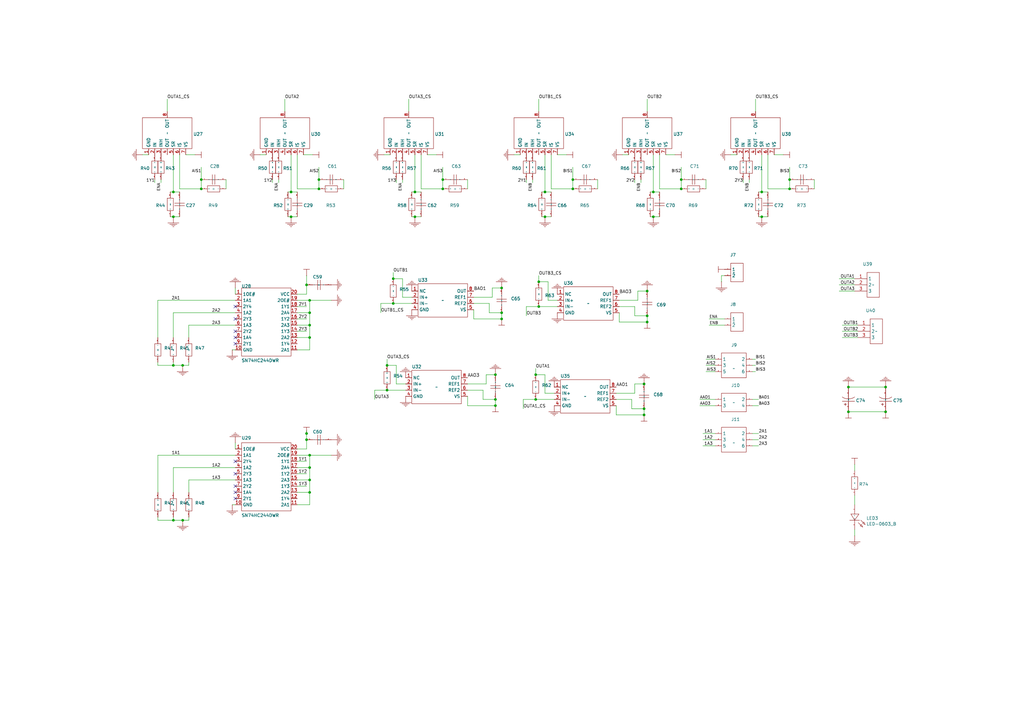
<source format=kicad_sch>
(kicad_sch (version 20231120) (generator "eeschema") (generator_version "8.0")
  (paper "A3")
  (lib_symbols
    (symbol "ProDoc_Sch-easyedapro:0.001"
      (property "Reference" "R" (at 0 0 0))
      (symbol "0.001_1_0"
        (pin unspecified line (at -5.08 0 0) (length 2.54) (name "1") (number "1"))
        (pin unspecified line (at 5.08 0 180) (length 2.54) (name "2") (number "2"))
      )
    )
    (symbol "ProDoc_Sch-easyedapro:0.1u"
      (property "Reference" "C" (at 0 0 0))
      (symbol "0.1u_1_0"
        (pin unspecified line (at -5.08 0 0) (length 2.54) (name "1") (number "1"))
        (pin unspecified line (at 5.08 0 180) (length 2.54) (name "2") (number "2"))
      )
    )
    (symbol "ProDoc_Sch-easyedapro:0.51k"
      (property "Reference" "R" (at 0 0 0))
      (symbol "0.51k_1_0"
        (pin unspecified line (at -5.08 0 0) (length 2.54) (name "1") (number "1"))
        (pin unspecified line (at 5.08 0 180) (length 2.54) (name "2") (number "2"))
      )
    )
    (symbol "ProDoc_Sch-easyedapro:100pf"
      (property "Reference" "C" (at 0 0 0))
      (symbol "100pf_1_0"
        (pin unspecified line (at -5.08 0 0) (length 2.54) (name "1") (number "1"))
        (pin unspecified line (at 5.08 0 180) (length 2.54) (name "2") (number "2"))
      )
    )
    (symbol "ProDoc_Sch-easyedapro:10k"
      (property "Reference" "R" (at 0 0 0))
      (symbol "10k_1_0"
        (pin unspecified line (at -5.08 0 0) (length 2.54) (name "1") (number "1"))
        (pin unspecified line (at 5.08 0 180) (length 2.54) (name "2") (number "2"))
      )
    )
    (symbol "ProDoc_Sch-easyedapro:1k"
      (property "Reference" "R" (at 0 0 0))
      (symbol "1k_1_0"
        (pin unspecified line (at -5.08 0 0) (length 2.54) (name "1") (number "1"))
        (pin unspecified line (at 5.08 0 180) (length 2.54) (name "2") (number "2"))
      )
    )
    (symbol "ProDoc_Sch-easyedapro:1nf"
      (property "Reference" "C" (at 0 0 0))
      (symbol "1nf_1_0"
        (pin unspecified line (at -5.08 0 0) (length 2.54) (name "1") (number "1"))
        (pin unspecified line (at 5.08 0 180) (length 2.54) (name "2") (number "2"))
      )
    )
    (symbol "ProDoc_Sch-easyedapro:330uf"
      (property "Reference" "C" (at 0 0 0))
      (symbol "330uf_1_0"
        (pin unspecified line (at -5.08 0 0) (length 4.318) (name "1") (number "1"))
        (pin unspecified line (at 5.08 0 180) (length 4.826) (name "2") (number "2"))
      )
    )
    (symbol "ProDoc_Sch-easyedapro:3V3" (power) (pin_numbers hide) (pin_names hide)
      (symbol "3V3_1_0"
        (pin power_in line (at 0 0 0) (length 0) (name "") (number "1"))
      )
    )
    (symbol "ProDoc_Sch-easyedapro:BTN7960B"
      (property "Reference" "U" (at 0 0 0))
      (symbol "BTN7960B_1_0"
        (pin unspecified line (at -8.89 7.62 0) (length 2.54) (name "GND") (number "1"))
        (pin unspecified line (at -8.89 5.08 0) (length 2.54) (name "IN") (number "2"))
        (pin unspecified line (at -8.89 2.54 0) (length 2.54) (name "INH") (number "3"))
        (pin unspecified line (at -8.89 0 0) (length 2.54) (name "OUT") (number "4"))
        (pin unspecified line (at -8.89 -2.54 0) (length 2.54) (name "SR") (number "5"))
        (pin unspecified line (at -8.89 -5.08 0) (length 2.54) (name "IS") (number "6"))
        (pin unspecified line (at -8.89 -7.62 0) (length 2.54) (name "VS") (number "7"))
        (pin unspecified line (at 8.89 0 180) (length 2.54) (name "OUT") (number "8"))
      )
    )
    (symbol "ProDoc_Sch-easyedapro:GND" (power) (pin_numbers hide) (pin_names hide)
      (symbol "GND_1_0"
        (pin power_in line (at 0 0 0) (length 0) (name "") (number "1"))
      )
    )
    (symbol "ProDoc_Sch-easyedapro:HDR-M-2.54_1x2"
      (property "Reference" "J" (at 0 0 0))
      (symbol "HDR-M-2.54_1x2_1_0"
        (pin unspecified line (at -3.81 1.27 0) (length 2.54) (name "1") (number "1"))
        (pin unspecified line (at -3.81 -1.27 0) (length 2.54) (name "2") (number "2"))
      )
    )
    (symbol "ProDoc_Sch-easyedapro:HDR-M-2.54_2x2"
      (property "Reference" "J" (at 0 0 0))
      (symbol "HDR-M-2.54_2x2_1_0"
        (pin input line (at -7.62 1.27 0) (length 2.54) (name "1") (number "1"))
        (pin input line (at 7.62 1.27 180) (length 2.54) (name "2") (number "2"))
        (pin input line (at -7.62 -1.27 0) (length 2.54) (name "3") (number "3"))
        (pin input line (at 7.62 -1.27 180) (length 2.54) (name "4") (number "4"))
      )
    )
    (symbol "ProDoc_Sch-easyedapro:HDR-M-2.54_2x3"
      (property "Reference" "J" (at 0 0 0))
      (symbol "HDR-M-2.54_2x3_1_0"
        (pin input line (at -7.62 3.81 0) (length 2.54) (name "1") (number "1"))
        (pin input line (at 7.62 3.81 180) (length 2.54) (name "2") (number "2"))
        (pin input line (at -7.62 1.27 0) (length 2.54) (name "3") (number "3"))
        (pin input line (at 7.62 1.27 180) (length 2.54) (name "4") (number "4"))
        (pin input line (at -7.62 -1.27 0) (length 2.54) (name "5") (number "5"))
        (pin input line (at 7.62 -1.27 180) (length 2.54) (name "6") (number "6"))
      )
    )
    (symbol "ProDoc_Sch-easyedapro:INA240A2PWR"
      (property "Reference" "U" (at 0 0 0))
      (symbol "INA240A2PWR_1_0"
        (pin unspecified line (at -12.7 3.81 0) (length 2.54) (name "NC") (number "1"))
        (pin unspecified line (at -12.7 1.27 0) (length 2.54) (name "IN+") (number "2"))
        (pin unspecified line (at -12.7 -1.27 0) (length 2.54) (name "IN-") (number "3"))
        (pin unspecified line (at -12.7 -3.81 0) (length 2.54) (name "GND") (number "4"))
        (pin unspecified line (at 12.7 -3.81 180) (length 2.54) (name "VS") (number "5"))
        (pin unspecified line (at 12.7 -1.27 180) (length 2.54) (name "REF2") (number "6"))
        (pin unspecified line (at 12.7 1.27 180) (length 2.54) (name "REF1") (number "7"))
        (pin unspecified line (at 12.7 3.81 180) (length 2.54) (name "OUT") (number "8"))
      )
    )
    (symbol "ProDoc_Sch-easyedapro:LED-0603_B"
      (property "Reference" "LED" (at 0 0 0))
      (symbol "LED-0603_B_1_0"
        (pin unspecified line (at -5.08 0 0) (length 3.81) (name "1") (number "1"))
        (pin unspecified line (at 5.08 0 180) (length 3.81) (name "2") (number "2"))
      )
    )
    (symbol "ProDoc_Sch-easyedapro:MR60"
      (property "Reference" "U" (at 0 0 0))
      (symbol "MR60_1_0"
        (pin unspecified line (at -7.62 2.54 0) (length 5.08) (name "1") (number "1"))
        (pin unspecified line (at -7.62 0 0) (length 5.08) (name "2") (number "2"))
        (pin unspecified line (at -7.62 -2.54 0) (length 5.08) (name "3") (number "3"))
      )
    )
    (symbol "ProDoc_Sch-easyedapro:SN74HC244DWR"
      (property "Reference" "U" (at 0 0 0))
      (symbol "SN74HC244DWR_1_0"
        (pin unspecified line (at -12.7 11.43 0) (length 2.54) (name "1OE#") (number "1"))
        (pin unspecified line (at -12.7 -11.43 0) (length 2.54) (name "GND") (number "10"))
        (pin unspecified line (at 12.7 -11.43 180) (length 2.54) (name "2A1") (number "11"))
        (pin unspecified line (at 12.7 -8.89 180) (length 2.54) (name "1Y4") (number "12"))
        (pin unspecified line (at 12.7 -6.35 180) (length 2.54) (name "2A2") (number "13"))
        (pin unspecified line (at 12.7 -3.81 180) (length 2.54) (name "1Y3") (number "14"))
        (pin unspecified line (at 12.7 -1.27 180) (length 2.54) (name "2A3") (number "15"))
        (pin unspecified line (at 12.7 1.27 180) (length 2.54) (name "1Y2") (number "16"))
        (pin unspecified line (at 12.7 3.81 180) (length 2.54) (name "2A4") (number "17"))
        (pin unspecified line (at 12.7 6.35 180) (length 2.54) (name "1Y1") (number "18"))
        (pin unspecified line (at 12.7 8.89 180) (length 2.54) (name "2OE#") (number "19"))
        (pin unspecified line (at -12.7 8.89 0) (length 2.54) (name "1A1") (number "2"))
        (pin unspecified line (at 12.7 11.43 180) (length 2.54) (name "VCC") (number "20"))
        (pin unspecified line (at -12.7 6.35 0) (length 2.54) (name "2Y4") (number "3"))
        (pin unspecified line (at -12.7 3.81 0) (length 2.54) (name "1A2") (number "4"))
        (pin unspecified line (at -12.7 1.27 0) (length 2.54) (name "2Y3") (number "5"))
        (pin unspecified line (at -12.7 -1.27 0) (length 2.54) (name "1A3") (number "6"))
        (pin unspecified line (at -12.7 -3.81 0) (length 2.54) (name "2Y2") (number "7"))
        (pin unspecified line (at -12.7 -6.35 0) (length 2.54) (name "1A4") (number "8"))
        (pin unspecified line (at -12.7 -8.89 0) (length 2.54) (name "2Y1") (number "9"))
      )
    )
    (symbol "ProDoc_Sch-easyedapro:VCC" (power) (pin_numbers hide) (pin_names hide)
      (symbol "VCC_1_0"
        (pin power_in line (at 0 0 0) (length 0) (name "") (number "1"))
      )
    )
  )
  (junction (at 71.12 88.9))
  (junction (at 130.81 73.66))
  (junction (at 347.98 158.75))
  (junction (at 347.98 168.91))
  (junction (at 127 123.19))
  (junction (at 219.71 163.83))
  (junction (at 158.75 160.02))
  (junction (at 74.93 213.3854))
  (junction (at 127 196.85))
  (junction (at 234.95 77.47))
  (junction (at 265.43 129.54))
  (junction (at 170.18 88.9))
  (junction (at 267.97 88.9))
  (junction (at 161.29 114.3))
  (junction (at 74.9046 149.86))
  (junction (at 82.55 73.66))
  (junction (at 264.16 167.64))
  (junction (at 170.18 78.74))
  (junction (at 82.55 77.47))
  (junction (at 264.16 157.48))
  (junction (at 203.2 166.37))
  (junction (at 181.61 77.47))
  (junction (at 127 201.9554))
  (junction (at 220.98 115.57))
  (junction (at 265.43 119.38))
  (junction (at 223.52 78.74))
  (junction (at 127 186.69))
  (junction (at 125.73 177.8))
  (junction (at 71.12 78.74))
  (junction (at 71.12 213.3854))
  (junction (at 125.73 116.84))
  (junction (at 323.85 73.66))
  (junction (at 127 128.27))
  (junction (at 205.74 128.27))
  (junction (at 267.97 78.74))
  (junction (at 220.98 125.73))
  (junction (at 279.4 77.47))
  (junction (at 205.74 130.81))
  (junction (at 234.95 73.66))
  (junction (at 279.4 73.66))
  (junction (at 130.81 77.47))
  (junction (at 119.38 78.74))
  (junction (at 127 138.43))
  (junction (at 363.22 158.75))
  (junction (at 203.2 153.67))
  (junction (at 264.16 170.18))
  (junction (at 127 133.35))
  (junction (at 223.52 88.9))
  (junction (at 161.29 124.46))
  (junction (at 71.0946 149.86))
  (junction (at 125.73 180.34))
  (junction (at 323.85 77.47))
  (junction (at 119.38 88.9))
  (junction (at 363.22 168.91))
  (junction (at 265.43 132.08))
  (junction (at 219.71 153.67))
  (junction (at 312.42 78.74))
  (junction (at 158.75 149.86))
  (junction (at 127 191.77))
  (junction (at 312.42 88.9))
  (junction (at 203.2 163.83))
  (junction (at 181.61 73.66))
  (junction (at 205.74 118.11))
  (no_connect (at 96.52 194.31))
  (no_connect (at 96.52 201.93))
  (no_connect (at 96.52 140.97))
  (no_connect (at 96.52 199.39))
  (no_connect (at 96.52 125.73))
  (no_connect (at 96.52 135.89))
  (no_connect (at 96.52 130.81))
  (no_connect (at 96.52 189.23))
  (no_connect (at 96.52 204.47))
  (no_connect (at 96.52 138.43))
  (wire (pts (xy 198.12 160.02) (xy 191.77 160.02)))
  (wire (pts (xy 121.92 130.81) (xy 125.73 130.81)))
  (wire (pts (xy 71.0946 128.27) (xy 71.0946 138.43)))
  (wire (pts (xy 127 128.27) (xy 127 133.35)))
  (wire (pts (xy 95.25 143.51) (xy 96.52 143.51)))
  (wire (pts (xy 130.81 77.47) (xy 130.81 73.66)))
  (wire (pts (xy 323.85 73.66) (xy 323.85 77.47)))
  (wire (pts (xy 323.85 77.47) (xy 314.96 77.47)))
  (wire (pts (xy 260.35 129.54) (xy 260.35 125.73)))
  (wire (pts (xy 172.72 77.47) (xy 181.61 77.47)))
  (wire (pts (xy 344.17 119.38) (xy 350.52 119.38)))
  (wire (pts (xy 260.35 157.48) (xy 260.35 161.29)))
  (wire (pts (xy 288.29 177.8) (xy 293.37 177.8)))
  (wire (pts (xy 304.8 74.93) (xy 304.8 73.66)))
  (wire (pts (xy 191.77 157.48) (xy 199.39 157.48)))
  (wire (pts (xy 334.01 73.66) (xy 334.01 77.47)))
  (wire (pts (xy 127 196.85) (xy 127 201.9554)))
  (wire (pts (xy 200.66 124.46) (xy 200.66 128.27)))
  (wire (pts (xy 311.15 177.8) (xy 308.61 177.8)))
  (wire (pts (xy 121.92 77.47) (xy 130.81 77.47)))
  (wire (pts (xy 96.52 186.69) (xy 64.77 186.69)))
  (wire (pts (xy 279.4 77.47) (xy 279.4 73.66)))
  (wire (pts (xy 307.34 74.93) (xy 307.34 73.66)))
  (wire (pts (xy 127 201.9554) (xy 121.92 201.9554)))
  (wire (pts (xy 64.7446 123.19) (xy 64.7446 138.43)))
  (wire (pts (xy 68.58 40.64) (xy 68.58 45.72)))
  (wire (pts (xy 58.42 63.5) (xy 60.96 63.5)))
  (wire (pts (xy 262.89 73.66) (xy 262.89 74.93)))
  (wire (pts (xy 161.29 114.3) (xy 161.29 111.76)))
  (wire (pts (xy 77.4446 133.35) (xy 77.4446 138.43)))
  (wire (pts (xy 289.56 149.86) (xy 293.37 149.86)))
  (wire (pts (xy 71.12 78.74) (xy 73.66 78.74)))
  (wire (pts (xy 125.73 180.34) (xy 125.73 177.8)))
  (wire (pts (xy 279.4 73.66) (xy 279.4 68.58)))
  (wire (pts (xy 314.96 77.47) (xy 314.96 63.5)))
  (wire (pts (xy 96.52 181.61) (xy 96.52 184.15)))
  (wire (pts (xy 267.97 78.74) (xy 266.7 78.74)))
  (wire (pts (xy 121.92 199.39) (xy 125.73 199.39)))
  (wire (pts (xy 198.12 163.83) (xy 198.12 160.02)))
  (wire (pts (xy 160.02 63.5) (xy 157.48 63.5)))
  (wire (pts (xy 227.33 161.29) (xy 223.52 161.29)))
  (wire (pts (xy 194.31 124.46) (xy 200.66 124.46)))
  (wire (pts (xy 194.31 130.81) (xy 194.31 127)))
  (wire (pts (xy 162.56 149.86) (xy 162.56 157.48)))
  (wire (pts (xy 121.92 207.0354) (xy 127 207.0354)))
  (wire (pts (xy 125.73 116.84) (xy 125.73 113.03)))
  (wire (pts (xy 119.38 78.74) (xy 119.38 63.5)))
  (wire (pts (xy 218.44 73.66) (xy 218.44 74.93)))
  (wire (pts (xy 259.08 167.64) (xy 264.16 167.64)))
  (wire (pts (xy 158.75 149.86) (xy 162.56 149.86)))
  (wire (pts (xy 64.7446 149.86) (xy 71.0946 149.86)))
  (wire (pts (xy 260.35 73.66) (xy 260.35 74.93)))
  (wire (pts (xy 64.77 213.3854) (xy 71.12 213.3854)))
  (wire (pts (xy 181.61 73.66) (xy 181.61 68.58)))
  (wire (pts (xy 168.91 121.92) (xy 165.1 121.92)))
  (wire (pts (xy 223.52 88.9) (xy 222.25 88.9)))
  (wire (pts (xy 114.3 73.66) (xy 114.3 74.93)))
  (wire (pts (xy 311.15 78.74) (xy 312.42 78.74)))
  (wire (pts (xy 215.9 125.73) (xy 215.9 129.54)))
  (wire (pts (xy 309.88 147.32) (xy 308.61 147.32)))
  (wire (pts (xy 309.88 152.4) (xy 308.61 152.4)))
  (wire (pts (xy 127 123.19) (xy 121.92 123.19)))
  (wire (pts (xy 172.72 63.5) (xy 172.72 77.47)))
  (wire (pts (xy 156.21 128.27) (xy 156.21 124.46)))
  (wire (pts (xy 312.42 63.5) (xy 312.42 78.74)))
  (wire (pts (xy 170.18 78.74) (xy 168.91 78.74)))
  (wire (pts (xy 127 143.51) (xy 127 138.43)))
  (wire (pts (xy 219.71 163.83) (xy 227.33 163.83)))
  (wire (pts (xy 350.52 190.5) (xy 350.52 193.04)))
  (wire (pts (xy 130.81 73.66) (xy 130.81 68.58)))
  (wire (pts (xy 228.6 63.5) (xy 232.41 63.5)))
  (wire (pts (xy 109.22 63.5) (xy 106.68 63.5)))
  (wire (pts (xy 96.52 133.35) (xy 77.4446 133.35)))
  (wire (pts (xy 273.05 63.5) (xy 276.86 63.5)))
  (wire (pts (xy 77.47 213.3854) (xy 77.47 212.1154)))
  (wire (pts (xy 351.79 133.35) (xy 345.44 133.35)))
  (wire (pts (xy 287.02 163.83) (xy 293.37 163.83)))
  (wire (pts (xy 92.71 73.66) (xy 92.71 77.47)))
  (wire (pts (xy 167.64 45.72) (xy 167.64 40.64)))
  (wire (pts (xy 191.77 77.47) (xy 191.77 73.66)))
  (wire (pts (xy 121.92 63.5) (xy 121.92 77.47)))
  (wire (pts (xy 363.22 168.91) (xy 347.98 168.91)))
  (wire (pts (xy 252.73 170.18) (xy 252.73 166.37)))
  (wire (pts (xy 119.38 78.74) (xy 118.11 78.74)))
  (wire (pts (xy 311.15 166.37) (xy 308.61 166.37)))
  (wire (pts (xy 344.17 116.84) (xy 350.52 116.84)))
  (wire (pts (xy 161.29 124.46) (xy 168.91 124.46)))
  (wire (pts (xy 289.56 77.47) (xy 289.56 73.66)))
  (wire (pts (xy 311.15 180.34) (xy 308.61 180.34)))
  (wire (pts (xy 270.51 63.5) (xy 270.51 77.47)))
  (wire (pts (xy 226.06 78.74) (xy 223.52 78.74)))
  (wire (pts (xy 297.18 130.81) (xy 290.83 130.81)))
  (wire (pts (xy 69.85 78.74) (xy 71.12 78.74)))
  (wire (pts (xy 175.26 63.5) (xy 179.07 63.5)))
  (wire (pts (xy 71.0946 149.86) (xy 74.9046 149.86)))
  (wire (pts (xy 215.9 73.66) (xy 215.9 74.93)))
  (wire (pts (xy 270.51 77.47) (xy 279.4 77.47)))
  (wire (pts (xy 312.42 78.74) (xy 314.96 78.74)))
  (wire (pts (xy 223.52 78.74) (xy 223.52 63.5)))
  (wire (pts (xy 127 186.69) (xy 127 191.77)))
  (wire (pts (xy 220.98 115.57) (xy 224.79 115.57)))
  (wire (pts (xy 172.72 88.9) (xy 170.18 88.9)))
  (wire (pts (xy 264.16 167.64) (xy 264.16 170.18)))
  (wire (pts (xy 121.92 194.31) (xy 125.73 194.31)))
  (wire (pts (xy 111.76 73.66) (xy 111.76 74.93)))
  (wire (pts (xy 66.04 74.93) (xy 66.04 73.66)))
  (wire (pts (xy 125.73 177.8) (xy 125.73 176.53)))
  (wire (pts (xy 82.55 68.58) (xy 82.55 73.66)))
  (wire (pts (xy 309.88 149.86) (xy 308.61 149.86)))
  (wire (pts (xy 127 138.43) (xy 121.92 138.43)))
  (wire (pts (xy 350.52 217.17) (xy 350.52 219.71)))
  (wire (pts (xy 265.43 45.72) (xy 265.43 40.64)))
  (wire (pts (xy 121.92 196.85) (xy 127 196.85)))
  (wire (pts (xy 96.52 191.77) (xy 71.12 191.77)))
  (wire (pts (xy 170.18 88.9) (xy 168.91 88.9)))
  (wire (pts (xy 69.85 88.9) (xy 71.12 88.9)))
  (wire (pts (xy 287.02 166.37) (xy 293.37 166.37)))
  (wire (pts (xy 260.35 161.29) (xy 252.73 161.29)))
  (wire (pts (xy 205.74 130.81) (xy 194.31 130.81)))
  (wire (pts (xy 254 128.27) (xy 254 132.08)))
  (wire (pts (xy 289.56 152.4) (xy 293.37 152.4)))
  (wire (pts (xy 116.84 45.72) (xy 116.84 40.64)))
  (wire (pts (xy 162.56 157.48) (xy 166.37 157.48)))
  (wire (pts (xy 153.67 160.02) (xy 153.67 163.83)))
  (wire (pts (xy 226.06 77.47) (xy 234.95 77.47)))
  (wire (pts (xy 124.46 63.5) (xy 128.27 63.5)))
  (wire (pts (xy 127 123.19) (xy 127 128.27)))
  (wire (pts (xy 226.06 88.9) (xy 223.52 88.9)))
  (wire (pts (xy 261.62 119.38) (xy 265.43 119.38)))
  (wire (pts (xy 121.92 133.35) (xy 127 133.35)))
  (wire (pts (xy 259.08 163.83) (xy 259.08 167.64)))
  (wire (pts (xy 220.98 45.72) (xy 220.98 40.64)))
  (wire (pts (xy 226.06 63.5) (xy 226.06 77.47)))
  (wire (pts (xy 254 123.19) (xy 261.62 123.19)))
  (wire (pts (xy 71.0946 148.59) (xy 71.0946 149.86)))
  (wire (pts (xy 165.1 121.92) (xy 165.1 114.3)))
  (wire (pts (xy 64.7446 148.59) (xy 64.7446 149.86)))
  (wire (pts (xy 203.2 166.37) (xy 203.2 163.83)))
  (wire (pts (xy 224.79 123.19) (xy 228.6 123.19)))
  (wire (pts (xy 135.8646 186.69) (xy 127 186.69)))
  (wire (pts (xy 223.52 153.67) (xy 219.71 153.67)))
  (wire (pts (xy 205.74 128.27) (xy 205.74 130.81)))
  (wire (pts (xy 223.52 161.29) (xy 223.52 153.67)))
  (wire (pts (xy 172.72 78.74) (xy 170.18 78.74)))
  (wire (pts (xy 162.56 73.66) (xy 162.56 74.93)))
  (wire (pts (xy 96.52 128.27) (xy 71.0946 128.27)))
  (wire (pts (xy 311.15 182.88) (xy 308.61 182.88)))
  (wire (pts (xy 82.55 73.66) (xy 82.55 77.47)))
  (wire (pts (xy 71.12 63.5) (xy 71.12 78.74)))
  (wire (pts (xy 77.4446 149.86) (xy 77.4446 148.59)))
  (wire (pts (xy 224.79 115.57) (xy 224.79 123.19)))
  (wire (pts (xy 297.18 133.35) (xy 290.83 133.35)))
  (wire (pts (xy 71.12 212.1154) (xy 71.12 213.3854)))
  (wire (pts (xy 166.37 160.02) (xy 158.75 160.02)))
  (wire (pts (xy 95.25 207.0354) (xy 96.52 207.0354)))
  (wire (pts (xy 252.73 163.83) (xy 259.08 163.83)))
  (wire (pts (xy 77.47 196.85) (xy 77.47 201.9554)))
  (wire (pts (xy 220.98 125.73) (xy 215.9 125.73)))
  (wire (pts (xy 158.75 147.32) (xy 158.75 149.86)))
  (wire (pts (xy 74.9046 149.86) (xy 77.4446 149.86)))
  (wire (pts (xy 270.51 88.9) (xy 267.97 88.9)))
  (wire (pts (xy 288.29 180.34) (xy 293.37 180.34)))
  (wire (pts (xy 223.52 78.74) (xy 222.25 78.74)))
  (wire (pts (xy 261.62 123.19) (xy 261.62 119.38)))
  (wire (pts (xy 267.97 78.74) (xy 267.97 63.5)))
  (wire (pts (xy 181.61 77.47) (xy 181.61 73.66)))
  (wire (pts (xy 64.77 212.1154) (xy 64.77 213.3854)))
  (wire (pts (xy 351.79 138.43) (xy 345.44 138.43)))
  (wire (pts (xy 191.77 162.56) (xy 191.77 166.37)))
  (wire (pts (xy 264.16 157.48) (xy 260.35 157.48)))
  (wire (pts (xy 71.12 88.9) (xy 73.66 88.9)))
  (wire (pts (xy 203.2 163.83) (xy 198.12 163.83)))
  (wire (pts (xy 156.21 124.46) (xy 161.29 124.46)))
  (wire (pts (xy 344.17 114.3) (xy 350.52 114.3)))
  (wire (pts (xy 158.75 160.02) (xy 153.67 160.02)))
  (wire (pts (xy 321.31 63.5) (xy 317.5 63.5)))
  (wire (pts (xy 323.85 68.58) (xy 323.85 73.66)))
  (wire (pts (xy 363.22 158.75) (xy 347.98 158.75)))
  (wire (pts (xy 80.01 63.5) (xy 76.2 63.5)))
  (wire (pts (xy 350.52 207.01) (xy 350.52 203.2)))
  (wire (pts (xy 309.88 40.64) (xy 309.88 45.72)))
  (wire (pts (xy 219.71 153.67) (xy 219.71 151.13)))
  (wire (pts (xy 121.92 191.77) (xy 127 191.77)))
  (wire (pts (xy 82.55 77.47) (xy 73.66 77.47)))
  (wire (pts (xy 295.91 115.57) (xy 295.91 113.03)))
  (wire (pts (xy 135.89 123.19) (xy 127 123.19)))
  (wire (pts (xy 201.93 121.92) (xy 194.31 121.92)))
  (wire (pts (xy 125.73 184.15) (xy 125.73 180.34)))
  (wire (pts (xy 127 191.77) (xy 127 196.85)))
  (wire (pts (xy 220.98 113.03) (xy 220.98 115.57)))
  (wire (pts (xy 214.63 167.64) (xy 214.63 163.83)))
  (wire (pts (xy 265.43 129.54) (xy 260.35 129.54)))
  (wire (pts (xy 311.15 163.83) (xy 308.61 163.83)))
  (wire (pts (xy 74.93 213.3854) (xy 77.47 213.3854)))
  (wire (pts (xy 73.66 77.47) (xy 73.66 63.5)))
  (wire (pts (xy 125.73 120.65) (xy 125.73 116.84)))
  (wire (pts (xy 199.39 157.48) (xy 199.39 153.67)))
  (wire (pts (xy 260.35 125.73) (xy 254 125.73)))
  (wire (pts (xy 299.72 63.5) (xy 302.26 63.5)))
  (wire (pts (xy 121.92 88.9) (xy 119.38 88.9)))
  (wire (pts (xy 96.52 118.11) (xy 96.52 120.65)))
  (wire (pts (xy 121.92 184.15) (xy 125.73 184.15)))
  (wire (pts (xy 199.39 153.67) (xy 203.2 153.67)))
  (wire (pts (xy 289.56 147.32) (xy 293.37 147.32)))
  (wire (pts (xy 165.1 73.66) (xy 165.1 74.93)))
  (wire (pts (xy 205.74 118.11) (xy 201.93 118.11)))
  (wire (pts (xy 191.77 166.37) (xy 203.2 166.37)))
  (wire (pts (xy 295.91 113.03) (xy 297.18 113.03)))
  (wire (pts (xy 245.11 77.47) (xy 245.11 73.66)))
  (wire (pts (xy 228.6 125.73) (xy 220.98 125.73)))
  (wire (pts (xy 121.92 78.74) (xy 119.38 78.74)))
  (wire (pts (xy 234.95 73.66) (xy 234.95 68.58)))
  (wire (pts (xy 288.29 182.88) (xy 293.37 182.88)))
  (wire (pts (xy 311.15 88.9) (xy 312.42 88.9)))
  (wire (pts (xy 254 132.08) (xy 265.43 132.08)))
  (wire (pts (xy 265.43 132.08) (xy 265.43 129.54)))
  (wire (pts (xy 127 133.35) (xy 127 138.43)))
  (wire (pts (xy 71.12 191.77) (xy 71.12 201.9554)))
  (wire (pts (xy 96.52 123.19) (xy 64.7446 123.19)))
  (wire (pts (xy 267.97 88.9) (xy 266.7 88.9)))
  (wire (pts (xy 234.95 77.47) (xy 234.95 73.66)))
  (wire (pts (xy 121.92 135.89) (xy 125.73 135.89)))
  (wire (pts (xy 312.42 88.9) (xy 314.96 88.9)))
  (wire (pts (xy 140.97 77.47) (xy 140.97 73.66)))
  (wire (pts (xy 121.92 128.27) (xy 127 128.27)))
  (wire (pts (xy 63.5 74.93) (xy 63.5 73.66)))
  (wire (pts (xy 200.66 128.27) (xy 205.74 128.27)))
  (wire (pts (xy 71.12 213.3854) (xy 74.93 213.3854)))
  (wire (pts (xy 213.36 63.5) (xy 210.82 63.5)))
  (wire (pts (xy 170.18 78.74) (xy 170.18 63.5)))
  (wire (pts (xy 351.79 135.89) (xy 345.44 135.89)))
  (wire (pts (xy 201.93 118.11) (xy 201.93 121.92)))
  (wire (pts (xy 127 207.0354) (xy 127 201.9554)))
  (wire (pts (xy 127 186.69) (xy 121.92 186.69)))
  (wire (pts (xy 214.63 163.83) (xy 219.71 163.83)))
  (wire (pts (xy 121.92 143.51) (xy 127 143.51)))
  (wire (pts (xy 121.92 125.73) (xy 125.73 125.73)))
  (wire (pts (xy 257.81 63.5) (xy 255.27 63.5)))
  (wire (pts (xy 96.52 196.85) (xy 77.47 196.85)))
  (wire (pts (xy 270.51 78.74) (xy 267.97 78.74)))
  (wire (pts (xy 121.92 120.65) (xy 125.73 120.65)))
  (wire (pts (xy 264.16 170.18) (xy 252.73 170.18)))
  (wire (pts (xy 64.77 186.69) (xy 64.77 201.93)))
  (wire (pts (xy 165.1 114.3) (xy 161.29 114.3)))
  (wire (pts (xy 119.38 88.9) (xy 118.11 88.9)))
  (wire (pts (xy 121.92 189.23) (xy 125.73 189.23)))
  (label "2Y1" (at 215.9 74.93 180) (effects (font (size 1.2192 1.2192))))
  (label "1Y2" (at 122.428 194.31 0) (effects (font (size 1.2192 1.2192))))
  (label "BAO3" (at 311.1246 166.37 0) (effects (font (size 1.143 1.143))))
  (label "AIS2" (at 289.6362 149.86 0) (effects (font (size 1.143 1.143))))
  (label "1A2" (at 86.868 191.77 0) (effects (font (size 1.2192 1.2192))))
  (label "ENB" (at 262.89 74.93 270) (effects (font (size 1.143 1.143))))
  (label "OUTA1_CS" (at 68.58 40.64 0) (effects (font (size 1.2192 1.2192))))
  (label "OUTA3" (at 153.67 163.703 0) (effects (font (size 1.2192 1.2192))))
  (label "OUTA1" (at 219.71 151.13 0) (effects (font (size 1.2192 1.2192))))
  (label "OUTB1" (at 345.948 133.35 0) (effects (font (size 1.2192 1.2192))))
  (label "2A3" (at 86.868 133.35 0) (effects (font (size 1.2192 1.2192))))
  (label "OUTB1_CS" (at 156.21 128.143 0) (effects (font (size 1.2192 1.2192))))
  (label "ENA" (at 290.8808 130.81 0) (effects (font (size 1.143 1.143))))
  (label "AIS1" (at 82.55 70.993 180) (effects (font (size 1.143 1.143))))
  (label "AIS2" (at 130.81 70.993 180) (effects (font (size 1.143 1.143))))
  (label "OUTA2" (at 116.84 40.64 0) (effects (font (size 1.2192 1.2192))))
  (label "BAO1" (at 194.31 119.38 0))
  (label "OUTA3_CS" (at 167.64 40.64 0) (effects (font (size 1.2192 1.2192))))
  (label "2A1" (at 70.3326 123.19 0) (effects (font (size 1.2192 1.2192))))
  (label "1Y3" (at 122.428 199.39 0) (effects (font (size 1.2192 1.2192))))
  (label "2Y2" (at 260.35 74.93 180) (effects (font (size 1.2192 1.2192))))
  (label "ENA" (at 165.1 74.93 270) (effects (font (size 1.143 1.143))))
  (label "2A1" (at 311.15 177.8 0) (effects (font (size 1.2192 1.2192))))
  (label "ENB" (at 291.0078 133.35 0) (effects (font (size 1.143 1.143))))
  (label "BAO1" (at 311.1246 163.83 0) (effects (font (size 1.143 1.143))))
  (label "BIS2" (at 309.88 149.86 0) (effects (font (size 1.143 1.143))))
  (label "ENB" (at 307.34 74.93 270) (effects (font (size 1.143 1.143))))
  (label "OUTB1" (at 161.29 111.76 0) (effects (font (size 1.2192 1.2192))))
  (label "AIS3" (at 181.61 70.993 180) (effects (font (size 1.143 1.143))))
  (label "2A2" (at 311.15 180.34 0) (effects (font (size 1.2192 1.2192))))
  (label "ENB" (at 218.44 74.93 270) (effects (font (size 1.143 1.143))))
  (label "OUTA3" (at 344.678 119.38 0) (effects (font (size 1.2192 1.2192))))
  (label "AAO1" (at 287.02 163.83 0) (effects (font (size 1.143 1.143))))
  (label "1A3" (at 86.868 196.85 0) (effects (font (size 1.2192 1.2192))))
  (label "BIS1" (at 234.95 70.993 180) (effects (font (size 1.143 1.143))))
  (label "OUTB3" (at 215.9 129.413 0) (effects (font (size 1.2192 1.2192))))
  (label "OUTB2" (at 345.948 135.89 0) (effects (font (size 1.2192 1.2192))))
  (label "BAO3" (at 254 120.65 0))
  (label "AIS1" (at 289.7886 147.32 0) (effects (font (size 1.143 1.143))))
  (label "1Y2" (at 111.76 74.93 180) (effects (font (size 1.2192 1.2192))))
  (label "1A1" (at 70.358 186.69 0) (effects (font (size 1.2192 1.2192))))
  (label "OUTA1_CS" (at 214.63 167.513 0) (effects (font (size 1.2192 1.2192))))
  (label "OUTA2" (at 344.678 116.84 0) (effects (font (size 1.2192 1.2192))))
  (label "OUTB1_CS" (at 220.98 40.64 0) (effects (font (size 1.2192 1.2192))))
  (label "2Y2" (at 122.428 130.81 0) (effects (font (size 1.2192 1.2192))))
  (label "OUTB3" (at 345.948 138.43 0) (effects (font (size 1.2192 1.2192))))
  (label "BIS2" (at 279.4 70.993 180) (effects (font (size 1.143 1.143))))
  (label "2Y3" (at 304.8 74.93 180) (effects (font (size 1.2192 1.2192))))
  (label "AAO1" (at 252.73 158.75 0))
  (label "1Y3" (at 162.56 74.93 180) (effects (font (size 1.2192 1.2192))))
  (label "OUTB3_CS" (at 220.98 113.03 0) (effects (font (size 1.2192 1.2192))))
  (label "2Y3" (at 122.428 135.89 0) (effects (font (size 1.2192 1.2192))))
  (label "2A2" (at 86.868 128.27 0) (effects (font (size 1.2192 1.2192))))
  (label "BIS1" (at 309.88 147.32 0) (effects (font (size 1.143 1.143))))
  (label "OUTA1" (at 344.678 114.3 0) (effects (font (size 1.2192 1.2192))))
  (label "2Y1" (at 122.428 125.73 0) (effects (font (size 1.2192 1.2192))))
  (label "1A1" (at 288.798 177.8 0) (effects (font (size 1.2192 1.2192))))
  (label "1Y1" (at 122.428 189.23 0) (effects (font (size 1.2192 1.2192))))
  (label "1Y1" (at 63.5 74.93 180) (effects (font (size 1.2192 1.2192))))
  (label "AIS3" (at 289.7886 152.4 0) (effects (font (size 1.143 1.143))))
  (label "OUTA3_CS" (at 158.75 147.32 0) (effects (font (size 1.2192 1.2192))))
  (label "2A3" (at 311.15 182.88 0) (effects (font (size 1.2192 1.2192))))
  (label "ENA" (at 114.3 74.93 270) (effects (font (size 1.143 1.143))))
  (label "ENA" (at 66.04 74.93 270) (effects (font (size 1.143 1.143))))
  (label "1A3" (at 288.798 182.88 0) (effects (font (size 1.2192 1.2192))))
  (label "OUTB3_CS" (at 309.88 40.64 0) (effects (font (size 1.2192 1.2192))))
  (label "AAO3" (at 287.02 166.37 0) (effects (font (size 1.143 1.143))))
  (label "AAO3" (at 191.77 154.94 0))
  (label "1A2" (at 288.798 180.34 0) (effects (font (size 1.2192 1.2192))))
  (label "BIS3" (at 323.85 70.993 180) (effects (font (size 1.143 1.143))))
  (label "BIS3" (at 309.88 152.4 0) (effects (font (size 1.143 1.143))))
  (label "OUTB2" (at 265.43 40.64 0) (effects (font (size 1.2192 1.2192))))
  (symbol (lib_id "ProDoc_Sch-easyedapro:0.51k") (at 168.91 83.82 90) (unit 1)
    (property "Reference" "R58" (at 162.9156 84.9884 90) (effects (justify right top)))
    (property "Value" "~" (at 168.91 83.82 0))
    (property "Footprint" "ProDoc_Sch-easyedapro:R0603" (effects (hide yes)))
    (property "Origin Footprint" "R0603" (effects (hide yes)))
  )
  (symbol (lib_id "ProDoc_Sch-easyedapro:LED-0603_B") (at 350.52 212.09 270) (unit 1)
    (property "Reference" "LED3" (at 355.346 213.2584 90) (effects (justify left bottom)))
    (property "Value" "LED-0603_B" (at 355.346 215.5952 90) (effects (justify left bottom)))
    (property "Footprint" "ProDoc_Sch-easyedapro:LED0603_BLUE" (effects (hide yes)))
    (property "Manufacturer Part" "19-217/BHC-ZL1M2RY/3T" (effects (hide yes)))
    (property "Manufacturer" "EVERLIGHT(台湾亿光)" (effects (hide yes)))
    (property "Supplier Part" "C72041" (effects (hide yes)))
    (property "Supplier" "LCSC" (effects (hide yes)))
    (property "Origin Footprint" "LED0603_BLUE" (effects (hide yes)))
  )
  (symbol (lib_id "ProDoc_Sch-easyedapro:10k") (at 111.76 68.58 90) (unit 1)
    (property "Reference" "R50" (at 105.7656 69.7484 90) (effects (justify right top)))
    (property "Value" "~" (at 111.76 68.58 0))
    (property "Footprint" "ProDoc_Sch-easyedapro:R0603" (effects (hide yes)))
    (property "Origin Footprint" "R0603" (effects (hide yes)))
  )
  (symbol (lib_id "ProDoc_Sch-easyedapro:GND") (at 255.27 63.5 270) (unit 1)
    (property "Reference" "#PWR0133" (effects (hide yes)))
    (property "Footprint" "ProDoc_Sch-easyedapro:" (effects (hide yes)))
  )
  (symbol (lib_id "ProDoc_Sch-easyedapro:1k") (at 71.0946 143.51 90) (unit 1)
    (property "Reference" "R45" (at 73.66 143.51 90) (effects (justify right top)))
    (property "Value" "~" (at 71.0946 143.51 0))
    (property "Footprint" "ProDoc_Sch-easyedapro:R0603" (effects (hide yes)))
    (property "Origin Footprint" "R0603" (effects (hide yes)))
  )
  (symbol (lib_id "ProDoc_Sch-easyedapro:GND") (at 119.38 88.9 0) (unit 1)
    (property "Reference" "#PWR0107" (effects (hide yes)))
    (property "Footprint" "ProDoc_Sch-easyedapro:" (effects (hide yes)))
  )
  (symbol (lib_id "ProDoc_Sch-easyedapro:GND") (at 166.37 162.56 0) (unit 1)
    (property "Reference" "#PWR0117" (effects (hide yes)))
    (property "Footprint" "ProDoc_Sch-easyedapro:" (effects (hide yes)))
  )
  (symbol (lib_id "ProDoc_Sch-easyedapro:GND") (at 135.8646 186.69 90) (unit 1)
    (property "Reference" "#PWR0112" (effects (hide yes)))
    (property "Footprint" "ProDoc_Sch-easyedapro:" (effects (hide yes)))
  )
  (symbol (lib_id "ProDoc_Sch-easyedapro:GND") (at 210.82 63.5 270) (unit 1)
    (property "Reference" "#PWR0126" (effects (hide yes)))
    (property "Footprint" "ProDoc_Sch-easyedapro:" (effects (hide yes)))
  )
  (symbol (lib_id "ProDoc_Sch-easyedapro:1k") (at 71.12 207.0354 90) (unit 1)
    (property "Reference" "R46" (at 73.66 207.0354 90) (effects (justify right top)))
    (property "Value" "~" (at 71.12 207.0354 0))
    (property "Footprint" "ProDoc_Sch-easyedapro:R0603" (effects (hide yes)))
    (property "Origin Footprint" "R0603" (effects (hide yes)))
  )
  (symbol (lib_id "ProDoc_Sch-easyedapro:VCC") (at 321.31 63.5 270) (unit 1)
    (property "Reference" "#PWR0144" (effects (hide yes)))
    (property "Footprint" "ProDoc_Sch-easyedapro:" (effects (hide yes)))
  )
  (symbol (lib_id "ProDoc_Sch-easyedapro:GND") (at 205.74 118.11 180) (unit 1)
    (property "Reference" "#PWR0124" (effects (hide yes)))
    (property "Footprint" "ProDoc_Sch-easyedapro:" (effects (hide yes)))
  )
  (symbol (lib_id "ProDoc_Sch-easyedapro:1k") (at 87.63 77.47 180) (unit 1)
    (property "Reference" "R49" (at 85.4456 84.9884 0) (effects (justify right top)))
    (property "Value" "~" (at 87.63 77.47 0))
    (property "Footprint" "ProDoc_Sch-easyedapro:R0603" (effects (hide yes)))
    (property "Origin Footprint" "R0603" (effects (hide yes)))
  )
  (symbol (lib_id "ProDoc_Sch-easyedapro:GND") (at 58.42 63.5 270) (unit 1)
    (property "Reference" "#PWR097" (effects (hide yes)))
    (property "Footprint" "ProDoc_Sch-easyedapro:" (effects (hide yes)))
  )
  (symbol (lib_id "ProDoc_Sch-easyedapro:3V3") (at 203.2 166.37 180) (unit 1)
    (property "Reference" "#PWR0123" (effects (hide yes)))
    (property "Footprint" "ProDoc_Sch-easyedapro:" (effects (hide yes)))
  )
  (symbol (lib_id "ProDoc_Sch-easyedapro:0.51k") (at 222.25 83.82 90) (unit 1)
    (property "Reference" "R64" (at 216.2556 84.9884 90) (effects (justify right top)))
    (property "Value" "~" (at 222.25 83.82 0))
    (property "Footprint" "ProDoc_Sch-easyedapro:R0603" (effects (hide yes)))
    (property "Origin Footprint" "R0603" (effects (hide yes)))
  )
  (symbol (lib_id "ProDoc_Sch-easyedapro:1k") (at 135.89 77.47 180) (unit 1)
    (property "Reference" "R53" (at 133.7056 84.9884 0) (effects (justify right top)))
    (property "Value" "~" (at 135.89 77.47 0))
    (property "Footprint" "ProDoc_Sch-easyedapro:R0603" (effects (hide yes)))
    (property "Origin Footprint" "R0603" (effects (hide yes)))
  )
  (symbol (lib_id "ProDoc_Sch-easyedapro:VCC") (at 363.22 168.91 180) (unit 1)
    (property "Reference" "#PWR0150" (effects (hide yes)))
    (property "Footprint" "ProDoc_Sch-easyedapro:" (effects (hide yes)))
  )
  (symbol (lib_id "ProDoc_Sch-easyedapro:1k") (at 77.47 207.0354 90) (unit 1)
    (property "Reference" "R48" (at 80.01 207.0354 90) (effects (justify right top)))
    (property "Value" "~" (at 77.47 207.0354 0))
    (property "Footprint" "ProDoc_Sch-easyedapro:R0603" (effects (hide yes)))
    (property "Origin Footprint" "R0603" (effects (hide yes)))
  )
  (symbol (lib_id "ProDoc_Sch-easyedapro:GND") (at 106.68 63.5 270) (unit 1)
    (property "Reference" "#PWR0106" (effects (hide yes)))
    (property "Footprint" "ProDoc_Sch-easyedapro:" (effects (hide yes)))
  )
  (symbol (lib_id "ProDoc_Sch-easyedapro:GND") (at 95.25 143.51 0) (unit 1)
    (property "Reference" "#PWR0102" (effects (hide yes)))
    (property "Footprint" "ProDoc_Sch-easyedapro:" (effects (hide yes)))
  )
  (symbol (lib_id "ProDoc_Sch-easyedapro:BTN7960B") (at 68.58 54.61 90) (unit 1)
    (property "Reference" "U27" (at 79.248 55.7276 90) (effects (justify right top)))
    (property "Value" "~" (at 68.58 54.61 0))
    (property "Footprint" "ProDoc_Sch-easyedapro:TO-263-7_L10.2-W10.4-P1.27-LS14.4-TL" (effects (hide yes)))
    (property "Manufacturer Part" "BTN7960B" (effects (hide yes)))
    (property "Manufacturer" "Infineon(英飞凌)" (effects (hide yes)))
    (property "Supplier Part" "C648660" (effects (hide yes)))
    (property "Supplier" "LCSC" (effects (hide yes)))
    (property "Origin Footprint" "TO-263-7_L10.2-W10.4-P1.27-LS14.4-TL" (effects (hide yes)))
  )
  (symbol (lib_id "ProDoc_Sch-easyedapro:0.1u") (at 73.66 83.82 90) (unit 1)
    (property "Reference" "C27" (at 76.2 84.9884 90) (effects (justify right top)))
    (property "Value" "~" (at 73.66 83.82 0))
    (property "Footprint" "ProDoc_Sch-easyedapro:C0603" (effects (hide yes)))
    (property "Origin Footprint" "C0603" (effects (hide yes)))
  )
  (symbol (lib_id "ProDoc_Sch-easyedapro:10k") (at 63.5 68.58 90) (unit 1)
    (property "Reference" "R40" (at 57.5056 69.7484 90) (effects (justify right top)))
    (property "Value" "~" (at 63.5 68.58 0))
    (property "Footprint" "ProDoc_Sch-easyedapro:R0603" (effects (hide yes)))
    (property "Origin Footprint" "R0603" (effects (hide yes)))
  )
  (symbol (lib_id "ProDoc_Sch-easyedapro:GND") (at 135.89 123.19 90) (unit 1)
    (property "Reference" "#PWR0114" (effects (hide yes)))
    (property "Footprint" "ProDoc_Sch-easyedapro:" (effects (hide yes)))
  )
  (symbol (lib_id "ProDoc_Sch-easyedapro:100pf") (at 130.81 116.84 0) (unit 1)
    (property "Reference" "C59" (at 128.27 114.3 0) (effects (justify left bottom)))
    (property "Value" "~" (at 130.81 116.84 0))
    (property "Footprint" "ProDoc_Sch-easyedapro:C0603" (effects (hide yes)))
    (property "Origin Footprint" "C0603" (effects (hide yes)))
  )
  (symbol (lib_id "ProDoc_Sch-easyedapro:GND") (at 223.52 88.9 0) (unit 1)
    (property "Reference" "#PWR0127" (effects (hide yes)))
    (property "Footprint" "ProDoc_Sch-easyedapro:" (effects (hide yes)))
  )
  (symbol (lib_id "ProDoc_Sch-easyedapro:MR60") (at 359.41 135.89 0) (unit 1)
    (property "Reference" "U40" (at 355.092 128.0922 0) (effects (justify left bottom)))
    (property "Value" "~" (at 359.41 135.89 0))
    (property "Footprint" "ProDoc_Sch-easyedapro:MR60_F" (effects (hide yes)))
    (property "Origin Footprint" "MR60_F" (effects (hide yes)))
  )
  (symbol (lib_id "ProDoc_Sch-easyedapro:10k") (at 307.34 68.58 90) (unit 1)
    (property "Reference" "R71" (at 309.118 69.7484 90) (effects (justify right top)))
    (property "Value" "~" (at 307.34 68.58 0))
    (property "Footprint" "ProDoc_Sch-easyedapro:R0603" (effects (hide yes)))
    (property "Origin Footprint" "R0603" (effects (hide yes)))
  )
  (symbol (lib_id "ProDoc_Sch-easyedapro:3V3") (at 350.52 190.5 0) (unit 1)
    (property "Reference" "#PWR0147" (effects (hide yes)))
    (property "Footprint" "ProDoc_Sch-easyedapro:" (effects (hide yes)))
  )
  (symbol (lib_id "ProDoc_Sch-easyedapro:0.1u") (at 265.43 124.46 90) (unit 1)
    (property "Reference" "C69" (at 269.24 125.73 90) (effects (justify right top)))
    (property "Value" "~" (at 265.43 124.46 0))
    (property "Footprint" "ProDoc_Sch-easyedapro:C0603" (effects (hide yes)))
    (property "Origin Footprint" "C0603" (effects (hide yes)))
  )
  (symbol (lib_id "ProDoc_Sch-easyedapro:SN74HC244DWR") (at 109.22 195.58 0) (unit 1)
    (property "Reference" "U29" (at 99.06 180.3654 0) (effects (justify left bottom)))
    (property "Value" "SN74HC244DWR" (at 99.06 212.1154 0) (effects (justify left bottom)))
    (property "Footprint" "ProDoc_Sch-easyedapro:SOIC-20_L13.0-W7.6-P1.27-LS10.6-BL" (effects (hide yes)))
    (property "Manufacturer Part" "SN74AHC244DWR" (effects (hide yes)))
    (property "Manufacturer" "TI" (effects (hide yes)))
    (property "Supplier Part" "C7473" (effects (hide yes)))
    (property "Supplier" "LCSC" (effects (hide yes)))
    (property "Origin Footprint" "SOIC-20_L13.0-W7.6-P1.27-LS10.6-BL" (effects (hide yes)))
  )
  (symbol (lib_id "ProDoc_Sch-easyedapro:GND") (at 135.89 116.84 90) (unit 1)
    (property "Reference" "#PWR0113" (effects (hide yes)))
    (property "Footprint" "ProDoc_Sch-easyedapro:" (effects (hide yes)))
  )
  (symbol (lib_id "ProDoc_Sch-easyedapro:0.51k") (at 266.7 83.82 90) (unit 1)
    (property "Reference" "R68" (at 260.7056 84.9884 90) (effects (justify right top)))
    (property "Value" "~" (at 266.7 83.82 0))
    (property "Footprint" "ProDoc_Sch-easyedapro:R0603" (effects (hide yes)))
    (property "Origin Footprint" "R0603" (effects (hide yes)))
  )
  (symbol (lib_id "ProDoc_Sch-easyedapro:VCC") (at 276.86 63.5 270) (unit 1)
    (property "Reference" "#PWR0139" (effects (hide yes)))
    (property "Footprint" "ProDoc_Sch-easyedapro:" (effects (hide yes)))
  )
  (symbol (lib_id "ProDoc_Sch-easyedapro:VCC") (at 232.41 63.5 270) (unit 1)
    (property "Reference" "#PWR0132" (effects (hide yes)))
    (property "Footprint" "ProDoc_Sch-easyedapro:" (effects (hide yes)))
  )
  (symbol (lib_id "ProDoc_Sch-easyedapro:1nf") (at 284.48 73.66 0) (unit 1)
    (property "Reference" "C71" (at 282.956 68.9102 0) (effects (justify left bottom)))
    (property "Value" "~" (at 284.48 73.66 0))
    (property "Footprint" "ProDoc_Sch-easyedapro:C0603" (effects (hide yes)))
    (property "Origin Footprint" "C0603" (effects (hide yes)))
  )
  (symbol (lib_id "ProDoc_Sch-easyedapro:GND") (at 265.43 119.38 180) (unit 1)
    (property "Reference" "#PWR0136" (effects (hide yes)))
    (property "Footprint" "ProDoc_Sch-easyedapro:" (effects (hide yes)))
  )
  (symbol (lib_id "ProDoc_Sch-easyedapro:INA240A2PWR") (at 179.07 158.75 0) (unit 1)
    (property "Reference" "U32" (at 168.91 151.13 0) (effects (justify left bottom)))
    (property "Value" "~" (at 179.07 158.75 0))
    (property "Footprint" "ProDoc_Sch-easyedapro:TSSOP-8_L4.4-W3.0-P0.65-LS6.4-BL" (effects (hide yes)))
    (property "Manufacturer Part" "INA240A2PWR" (effects (hide yes)))
    (property "Manufacturer" "TI" (effects (hide yes)))
    (property "Supplier Part" "C129949" (effects (hide yes)))
    (property "Supplier" "LCSC" (effects (hide yes)))
    (property "Origin Footprint" "TSSOP-8_L4.4-W3.0-P0.65-LS6.4-BL" (effects (hide yes)))
  )
  (symbol (lib_id "ProDoc_Sch-easyedapro:0.1u") (at 314.96 83.82 90) (unit 1)
    (property "Reference" "C72" (at 317.5 84.9884 90) (effects (justify right top)))
    (property "Value" "~" (at 314.96 83.82 0))
    (property "Footprint" "ProDoc_Sch-easyedapro:C0603" (effects (hide yes)))
    (property "Origin Footprint" "C0603" (effects (hide yes)))
  )
  (symbol (lib_id "ProDoc_Sch-easyedapro:BTN7960B") (at 265.43 54.61 90) (unit 1)
    (property "Reference" "U37" (at 276.098 55.7276 90) (effects (justify right top)))
    (property "Value" "~" (at 265.43 54.61 0))
    (property "Footprint" "ProDoc_Sch-easyedapro:TO-263-7_L10.2-W10.4-P1.27-LS14.4-TL" (effects (hide yes)))
    (property "Manufacturer Part" "BTN7960B" (effects (hide yes)))
    (property "Manufacturer" "Infineon(英飞凌)" (effects (hide yes)))
    (property "Supplier Part" "C648660" (effects (hide yes)))
    (property "Supplier" "LCSC" (effects (hide yes)))
    (property "Origin Footprint" "TO-263-7_L10.2-W10.4-P1.27-LS14.4-TL" (effects (hide yes)))
  )
  (symbol (lib_id "ProDoc_Sch-easyedapro:GND") (at 157.48 63.5 270) (unit 1)
    (property "Reference" "#PWR0115" (effects (hide yes)))
    (property "Footprint" "ProDoc_Sch-easyedapro:" (effects (hide yes)))
  )
  (symbol (lib_id "ProDoc_Sch-easyedapro:10k") (at 218.44 68.58 90) (unit 1)
    (property "Reference" "R61" (at 220.218 69.7484 90) (effects (justify right top)))
    (property "Value" "~" (at 218.44 68.58 0))
    (property "Footprint" "ProDoc_Sch-easyedapro:R0603" (effects (hide yes)))
    (property "Origin Footprint" "R0603" (effects (hide yes)))
  )
  (symbol (lib_id "ProDoc_Sch-easyedapro:VCC") (at 179.07 63.5 270) (unit 1)
    (property "Reference" "#PWR0121" (effects (hide yes)))
    (property "Footprint" "ProDoc_Sch-easyedapro:" (effects (hide yes)))
  )
  (symbol (lib_id "ProDoc_Sch-easyedapro:1k") (at 64.7446 143.51 90) (unit 1)
    (property "Reference" "R41" (at 67.31 143.51 90) (effects (justify right top)))
    (property "Value" "~" (at 64.7446 143.51 0))
    (property "Footprint" "ProDoc_Sch-easyedapro:R0603" (effects (hide yes)))
    (property "Origin Footprint" "R0603" (effects (hide yes)))
  )
  (symbol (lib_id "ProDoc_Sch-easyedapro:3V3") (at 125.73 177.8 0) (unit 1)
    (property "Reference" "#PWR0109" (effects (hide yes)))
    (property "Footprint" "ProDoc_Sch-easyedapro:" (effects (hide yes)))
  )
  (symbol (lib_id "ProDoc_Sch-easyedapro:3V3") (at 125.73 113.03 0) (unit 1)
    (property "Reference" "#PWR0108" (effects (hide yes)))
    (property "Footprint" "ProDoc_Sch-easyedapro:" (effects (hide yes)))
  )
  (symbol (lib_id "ProDoc_Sch-easyedapro:0.51k") (at 118.11 83.82 90) (unit 1)
    (property "Reference" "R52" (at 112.1156 84.9884 90) (effects (justify right top)))
    (property "Value" "~" (at 118.11 83.82 0))
    (property "Footprint" "ProDoc_Sch-easyedapro:R0603" (effects (hide yes)))
    (property "Origin Footprint" "R0603" (effects (hide yes)))
  )
  (symbol (lib_id "ProDoc_Sch-easyedapro:GND") (at 135.8646 180.34 90) (unit 1)
    (property "Reference" "#PWR0111" (effects (hide yes)))
    (property "Footprint" "ProDoc_Sch-easyedapro:" (effects (hide yes)))
  )
  (symbol (lib_id "ProDoc_Sch-easyedapro:0.1u") (at 226.06 83.82 90) (unit 1)
    (property "Reference" "C66" (at 228.6 84.9884 90) (effects (justify right top)))
    (property "Value" "~" (at 226.06 83.82 0))
    (property "Footprint" "ProDoc_Sch-easyedapro:C0603" (effects (hide yes)))
    (property "Origin Footprint" "C0603" (effects (hide yes)))
  )
  (symbol (lib_id "ProDoc_Sch-easyedapro:BTN7960B") (at 116.84 54.61 90) (unit 1)
    (property "Reference" "U30" (at 127.508 55.7276 90) (effects (justify right top)))
    (property "Value" "~" (at 116.84 54.61 0))
    (property "Footprint" "ProDoc_Sch-easyedapro:TO-263-7_L10.2-W10.4-P1.27-LS14.4-TL" (effects (hide yes)))
    (property "Manufacturer Part" "BTN7960B" (effects (hide yes)))
    (property "Manufacturer" "Infineon(英飞凌)" (effects (hide yes)))
    (property "Supplier Part" "C648660" (effects (hide yes)))
    (property "Supplier" "LCSC" (effects (hide yes)))
    (property "Origin Footprint" "TO-263-7_L10.2-W10.4-P1.27-LS14.4-TL" (effects (hide yes)))
  )
  (symbol (lib_id "ProDoc_Sch-easyedapro:VCC") (at 128.27 63.5 270) (unit 1)
    (property "Reference" "#PWR0110" (effects (hide yes)))
    (property "Footprint" "ProDoc_Sch-easyedapro:" (effects (hide yes)))
  )
  (symbol (lib_id "ProDoc_Sch-easyedapro:0.1u") (at 203.2 158.75 90) (unit 1)
    (property "Reference" "C64" (at 207.01 158.75 90) (effects (justify right top)))
    (property "Value" "~" (at 203.2 158.75 0))
    (property "Footprint" "ProDoc_Sch-easyedapro:C0603" (effects (hide yes)))
    (property "Origin Footprint" "C0603" (effects (hide yes)))
  )
  (symbol (lib_id "ProDoc_Sch-easyedapro:1nf") (at 135.89 73.66 0) (unit 1)
    (property "Reference" "C61" (at 134.366 68.9102 0) (effects (justify left bottom)))
    (property "Value" "~" (at 135.89 73.66 0))
    (property "Footprint" "ProDoc_Sch-easyedapro:C0603" (effects (hide yes)))
    (property "Origin Footprint" "C0603" (effects (hide yes)))
  )
  (symbol (lib_id "ProDoc_Sch-easyedapro:GND") (at 168.91 127 0) (unit 1)
    (property "Reference" "#PWR0119" (effects (hide yes)))
    (property "Footprint" "ProDoc_Sch-easyedapro:" (effects (hide yes)))
  )
  (symbol (lib_id "ProDoc_Sch-easyedapro:GND") (at 347.98 158.75 180) (unit 1)
    (property "Reference" "#PWR0145" (effects (hide yes)))
    (property "Footprint" "ProDoc_Sch-easyedapro:" (effects (hide yes)))
  )
  (symbol (lib_id "ProDoc_Sch-easyedapro:0.001") (at 220.98 120.65 90) (unit 1)
    (property "Reference" "R63" (at 223.52 121.92 90) (effects (justify right top)))
    (property "Value" "~" (at 220.98 120.65 0))
    (property "Footprint" "ProDoc_Sch-easyedapro:R2512" (effects (hide yes)))
    (property "Origin Footprint" "R2512" (effects (hide yes)))
  )
  (symbol (lib_id "ProDoc_Sch-easyedapro:GND") (at 74.9046 149.86 0) (unit 1)
    (property "Reference" "#PWR099" (effects (hide yes)))
    (property "Footprint" "ProDoc_Sch-easyedapro:" (effects (hide yes)))
  )
  (symbol (lib_id "ProDoc_Sch-easyedapro:GND") (at 168.91 119.38 180) (unit 1)
    (property "Reference" "#PWR0118" (effects (hide yes)))
    (property "Footprint" "ProDoc_Sch-easyedapro:" (effects (hide yes)))
  )
  (symbol (lib_id "ProDoc_Sch-easyedapro:GND") (at 350.52 219.71 0) (unit 1)
    (property "Reference" "#PWR0148" (effects (hide yes)))
    (property "Footprint" "ProDoc_Sch-easyedapro:" (effects (hide yes)))
  )
  (symbol (lib_id "ProDoc_Sch-easyedapro:1nf") (at 186.69 73.66 0) (unit 1)
    (property "Reference" "C63" (at 185.166 68.9102 0) (effects (justify left bottom)))
    (property "Value" "~" (at 186.69 73.66 0))
    (property "Footprint" "ProDoc_Sch-easyedapro:C0603" (effects (hide yes)))
    (property "Origin Footprint" "C0603" (effects (hide yes)))
  )
  (symbol (lib_id "ProDoc_Sch-easyedapro:1nf") (at 328.93 73.66 0) (unit 1)
    (property "Reference" "C73" (at 327.406 68.9102 0) (effects (justify left bottom)))
    (property "Value" "~" (at 328.93 73.66 0))
    (property "Footprint" "ProDoc_Sch-easyedapro:C0603" (effects (hide yes)))
    (property "Origin Footprint" "C0603" (effects (hide yes)))
  )
  (symbol (lib_id "ProDoc_Sch-easyedapro:HDR-M-2.54_2x2") (at 300.99 165.1 0) (unit 1)
    (property "Reference" "J10" (at 299.8724 158.7754 0) (effects (justify left bottom)))
    (property "Value" "~" (at 300.99 165.1 0))
    (property "Footprint" "ProDoc_Sch-easyedapro:HDR-M-2.54_2X2" (effects (hide yes)))
    (property "Supplier Part" "C66690" (effects (hide yes)))
    (property "Supplier" "LCSC" (effects (hide yes)))
    (property "Origin Footprint" "HDR-M-2.54_2X2" (effects (hide yes)))
  )
  (symbol (lib_id "ProDoc_Sch-easyedapro:10k") (at 114.3 68.58 90) (unit 1)
    (property "Reference" "R51" (at 116.078 69.7484 90) (effects (justify right top)))
    (property "Value" "~" (at 114.3 68.58 0))
    (property "Footprint" "ProDoc_Sch-easyedapro:R0603" (effects (hide yes)))
    (property "Origin Footprint" "R0603" (effects (hide yes)))
  )
  (symbol (lib_id "ProDoc_Sch-easyedapro:1k") (at 240.03 77.47 180) (unit 1)
    (property "Reference" "R65" (at 237.8456 84.9884 0) (effects (justify right top)))
    (property "Value" "~" (at 240.03 77.47 0))
    (property "Footprint" "ProDoc_Sch-easyedapro:R0603" (effects (hide yes)))
    (property "Origin Footprint" "R0603" (effects (hide yes)))
  )
  (symbol (lib_id "ProDoc_Sch-easyedapro:0.001") (at 161.29 119.38 90) (unit 1)
    (property "Reference" "R55" (at 163.83 119.4054 90) (effects (justify right top)))
    (property "Value" "~" (at 161.29 119.38 0))
    (property "Footprint" "ProDoc_Sch-easyedapro:R2512" (effects (hide yes)))
    (property "Origin Footprint" "R2512" (effects (hide yes)))
  )
  (symbol (lib_id "ProDoc_Sch-easyedapro:INA240A2PWR") (at 241.3 124.46 0) (unit 1)
    (property "Reference" "U36" (at 231.14 116.84 0) (effects (justify left bottom)))
    (property "Value" "~" (at 241.3 124.46 0))
    (property "Footprint" "ProDoc_Sch-easyedapro:TSSOP-8_L4.4-W3.0-P0.65-LS6.4-BL" (effects (hide yes)))
    (property "Manufacturer Part" "INA240A2PWR" (effects (hide yes)))
    (property "Manufacturer" "TI" (effects (hide yes)))
    (property "Supplier Part" "C129949" (effects (hide yes)))
    (property "Supplier" "LCSC" (effects (hide yes)))
    (property "Origin Footprint" "TSSOP-8_L4.4-W3.0-P0.65-LS6.4-BL" (effects (hide yes)))
  )
  (symbol (lib_id "ProDoc_Sch-easyedapro:10k") (at 66.04 68.58 90) (unit 1)
    (property "Reference" "R43" (at 67.818 69.7484 90) (effects (justify right top)))
    (property "Value" "~" (at 66.04 68.58 0))
    (property "Footprint" "ProDoc_Sch-easyedapro:R0603" (effects (hide yes)))
    (property "Origin Footprint" "R0603" (effects (hide yes)))
  )
  (symbol (lib_id "ProDoc_Sch-easyedapro:330uf") (at 347.98 163.83 90) (unit 1)
    (property "Reference" "C74" (at 351.028 164.9984 90) (effects (justify right top)))
    (property "Value" "~" (at 347.98 163.83 0))
    (property "Footprint" "ProDoc_Sch-easyedapro:CAP-T-10*10.5" (effects (hide yes)))
    (property "Origin Footprint" "CAP-T-10*10.5" (effects (hide yes)))
  )
  (symbol (lib_id "ProDoc_Sch-easyedapro:1nf") (at 87.63 73.66 0) (unit 1)
    (property "Reference" "C28" (at 86.106 68.9102 0) (effects (justify left bottom)))
    (property "Value" "~" (at 87.63 73.66 0))
    (property "Footprint" "ProDoc_Sch-easyedapro:C0603" (effects (hide yes)))
    (property "Origin Footprint" "C0603" (effects (hide yes)))
  )
  (symbol (lib_id "ProDoc_Sch-easyedapro:0.001") (at 158.75 154.94 90) (unit 1)
    (property "Reference" "R54" (at 161.29 154.94 90) (effects (justify right top)))
    (property "Value" "~" (at 158.75 154.94 0))
    (property "Footprint" "ProDoc_Sch-easyedapro:R2512" (effects (hide yes)))
    (property "Origin Footprint" "R2512" (effects (hide yes)))
  )
  (symbol (lib_id "ProDoc_Sch-easyedapro:INA240A2PWR") (at 181.61 123.19 0) (unit 1)
    (property "Reference" "U33" (at 171.45 115.5954 0) (effects (justify left bottom)))
    (property "Value" "~" (at 181.61 123.19 0))
    (property "Footprint" "ProDoc_Sch-easyedapro:TSSOP-8_L4.4-W3.0-P0.65-LS6.4-BL" (effects (hide yes)))
    (property "Manufacturer Part" "INA240A2PWR" (effects (hide yes)))
    (property "Manufacturer" "TI" (effects (hide yes)))
    (property "Supplier Part" "C129949" (effects (hide yes)))
    (property "Supplier" "LCSC" (effects (hide yes)))
    (property "Origin Footprint" "TSSOP-8_L4.4-W3.0-P0.65-LS6.4-BL" (effects (hide yes)))
  )
  (symbol (lib_id "ProDoc_Sch-easyedapro:330uf") (at 363.22 163.83 90) (unit 1)
    (property "Reference" "C75" (at 366.268 164.9984 90) (effects (justify right top)))
    (property "Value" "~" (at 363.22 163.83 0))
    (property "Footprint" "ProDoc_Sch-easyedapro:CAP-T-10*10.5" (effects (hide yes)))
    (property "Origin Footprint" "CAP-T-10*10.5" (effects (hide yes)))
  )
  (symbol (lib_id "ProDoc_Sch-easyedapro:10k") (at 350.52 198.12 90) (unit 1)
    (property "Reference" "R74" (at 352.298 199.3392 90) (effects (justify right top)))
    (property "Value" "~" (at 350.52 198.12 0))
    (property "Footprint" "ProDoc_Sch-easyedapro:R0603" (effects (hide yes)))
    (property "Origin Footprint" "R0603" (effects (hide yes)))
  )
  (symbol (lib_id "ProDoc_Sch-easyedapro:0.51k") (at 311.15 83.82 90) (unit 1)
    (property "Reference" "R72" (at 305.1556 84.9884 90) (effects (justify right top)))
    (property "Value" "~" (at 311.15 83.82 0))
    (property "Footprint" "ProDoc_Sch-easyedapro:R0603" (effects (hide yes)))
    (property "Origin Footprint" "R0603" (effects (hide yes)))
  )
  (symbol (lib_id "ProDoc_Sch-easyedapro:1nf") (at 240.03 73.66 0) (unit 1)
    (property "Reference" "C67" (at 238.506 68.9102 0) (effects (justify left bottom)))
    (property "Value" "~" (at 240.03 73.66 0))
    (property "Footprint" "ProDoc_Sch-easyedapro:C0603" (effects (hide yes)))
    (property "Origin Footprint" "C0603" (effects (hide yes)))
  )
  (symbol (lib_id "ProDoc_Sch-easyedapro:0.1u") (at 270.51 83.82 90) (unit 1)
    (property "Reference" "C70" (at 273.05 84.9884 90) (effects (justify right top)))
    (property "Value" "~" (at 270.51 83.82 0))
    (property "Footprint" "ProDoc_Sch-easyedapro:C0603" (effects (hide yes)))
    (property "Origin Footprint" "C0603" (effects (hide yes)))
  )
  (symbol (lib_id "ProDoc_Sch-easyedapro:1k") (at 77.4446 143.51 90) (unit 1)
    (property "Reference" "R47" (at 80.01 143.51 90) (effects (justify right top)))
    (property "Value" "~" (at 77.4446 143.51 0))
    (property "Footprint" "ProDoc_Sch-easyedapro:R0603" (effects (hide yes)))
    (property "Origin Footprint" "R0603" (effects (hide yes)))
  )
  (symbol (lib_id "ProDoc_Sch-easyedapro:GND") (at 203.2 153.67 180) (unit 1)
    (property "Reference" "#PWR0122" (effects (hide yes)))
    (property "Footprint" "ProDoc_Sch-easyedapro:" (effects (hide yes)))
  )
  (symbol (lib_id "ProDoc_Sch-easyedapro:GND") (at 227.33 166.37 0) (unit 1)
    (property "Reference" "#PWR0129" (effects (hide yes)))
    (property "Footprint" "ProDoc_Sch-easyedapro:" (effects (hide yes)))
  )
  (symbol (lib_id "ProDoc_Sch-easyedapro:BTN7960B") (at 167.64 54.61 90) (unit 1)
    (property "Reference" "U31" (at 178.308 55.7276 90) (effects (justify right top)))
    (property "Value" "~" (at 167.64 54.61 0))
    (property "Footprint" "ProDoc_Sch-easyedapro:TO-263-7_L10.2-W10.4-P1.27-LS14.4-TL" (effects (hide yes)))
    (property "Manufacturer Part" "BTN7960B" (effects (hide yes)))
    (property "Manufacturer" "Infineon(英飞凌)" (effects (hide yes)))
    (property "Supplier Part" "C648660" (effects (hide yes)))
    (property "Supplier" "LCSC" (effects (hide yes)))
    (property "Origin Footprint" "TO-263-7_L10.2-W10.4-P1.27-LS14.4-TL" (effects (hide yes)))
  )
  (symbol (lib_id "ProDoc_Sch-easyedapro:GND") (at 227.33 158.75 180) (unit 1)
    (property "Reference" "#PWR0128" (effects (hide yes)))
    (property "Footprint" "ProDoc_Sch-easyedapro:" (effects (hide yes)))
  )
  (symbol (lib_id "ProDoc_Sch-easyedapro:GND") (at 96.52 181.61 180) (unit 1)
    (property "Reference" "#PWR0105" (effects (hide yes)))
    (property "Footprint" "ProDoc_Sch-easyedapro:" (effects (hide yes)))
  )
  (symbol (lib_id "ProDoc_Sch-easyedapro:GND") (at 267.97 88.9 0) (unit 1)
    (property "Reference" "#PWR0138" (effects (hide yes)))
    (property "Footprint" "ProDoc_Sch-easyedapro:" (effects (hide yes)))
  )
  (symbol (lib_id "ProDoc_Sch-easyedapro:3V3") (at 265.43 132.08 180) (unit 1)
    (property "Reference" "#PWR0137" (effects (hide yes)))
    (property "Footprint" "ProDoc_Sch-easyedapro:" (effects (hide yes)))
  )
  (symbol (lib_id "ProDoc_Sch-easyedapro:0.1u") (at 205.74 123.19 90) (unit 1)
    (property "Reference" "C65" (at 209.55 123.2154 90) (effects (justify right top)))
    (property "Value" "~" (at 205.74 123.19 0))
    (property "Footprint" "ProDoc_Sch-easyedapro:C0603" (effects (hide yes)))
    (property "Origin Footprint" "C0603" (effects (hide yes)))
  )
  (symbol (lib_id "ProDoc_Sch-easyedapro:GND") (at 312.42 88.9 0) (unit 1)
    (property "Reference" "#PWR0143" (effects (hide yes)))
    (property "Footprint" "ProDoc_Sch-easyedapro:" (effects (hide yes)))
  )
  (symbol (lib_id "ProDoc_Sch-easyedapro:1k") (at 328.93 77.47 180) (unit 1)
    (property "Reference" "R73" (at 326.7456 84.9884 0) (effects (justify right top)))
    (property "Value" "~" (at 328.93 77.47 0))
    (property "Footprint" "ProDoc_Sch-easyedapro:R0603" (effects (hide yes)))
    (property "Origin Footprint" "R0603" (effects (hide yes)))
  )
  (symbol (lib_id "ProDoc_Sch-easyedapro:0.1u") (at 264.16 162.56 90) (unit 1)
    (property "Reference" "C68" (at 267.97 162.56 90) (effects (justify right top)))
    (property "Value" "~" (at 264.16 162.56 0))
    (property "Footprint" "ProDoc_Sch-easyedapro:C0603" (effects (hide yes)))
    (property "Origin Footprint" "C0603" (effects (hide yes)))
  )
  (symbol (lib_id "ProDoc_Sch-easyedapro:10k") (at 262.89 68.58 90) (unit 1)
    (property "Reference" "R67" (at 264.668 69.7484 90) (effects (justify right top)))
    (property "Value" "~" (at 262.89 68.58 0))
    (property "Footprint" "ProDoc_Sch-easyedapro:R0603" (effects (hide yes)))
    (property "Origin Footprint" "R0603" (effects (hide yes)))
  )
  (symbol (lib_id "ProDoc_Sch-easyedapro:GND") (at 228.6 120.65 180) (unit 1)
    (property "Reference" "#PWR0130" (effects (hide yes)))
    (property "Footprint" "ProDoc_Sch-easyedapro:" (effects (hide yes)))
  )
  (symbol (lib_id "ProDoc_Sch-easyedapro:10k") (at 260.35 68.58 90) (unit 1)
    (property "Reference" "R66" (at 254.3556 69.7484 90) (effects (justify right top)))
    (property "Value" "~" (at 260.35 68.58 0))
    (property "Footprint" "ProDoc_Sch-easyedapro:R0603" (effects (hide yes)))
    (property "Origin Footprint" "R0603" (effects (hide yes)))
  )
  (symbol (lib_id "ProDoc_Sch-easyedapro:GND") (at 264.16 157.48 180) (unit 1)
    (property "Reference" "#PWR0134" (effects (hide yes)))
    (property "Footprint" "ProDoc_Sch-easyedapro:" (effects (hide yes)))
  )
  (symbol (lib_id "ProDoc_Sch-easyedapro:VCC") (at 347.98 168.91 180) (unit 1)
    (property "Reference" "#PWR0146" (effects (hide yes)))
    (property "Footprint" "ProDoc_Sch-easyedapro:" (effects (hide yes)))
  )
  (symbol (lib_id "ProDoc_Sch-easyedapro:10k") (at 215.9 68.58 90) (unit 1)
    (property "Reference" "R60" (at 209.9056 69.7484 90) (effects (justify right top)))
    (property "Value" "~" (at 215.9 68.58 0))
    (property "Footprint" "ProDoc_Sch-easyedapro:R0603" (effects (hide yes)))
    (property "Origin Footprint" "R0603" (effects (hide yes)))
  )
  (symbol (lib_id "ProDoc_Sch-easyedapro:GND") (at 295.91 115.57 0) (unit 1)
    (property "Reference" "#PWR0140" (effects (hide yes)))
    (property "Footprint" "ProDoc_Sch-easyedapro:" (effects (hide yes)))
  )
  (symbol (lib_id "ProDoc_Sch-easyedapro:10k") (at 162.56 68.58 90) (unit 1)
    (property "Reference" "R56" (at 156.5656 69.7484 90) (effects (justify right top)))
    (property "Value" "~" (at 162.56 68.58 0))
    (property "Footprint" "ProDoc_Sch-easyedapro:R0603" (effects (hide yes)))
    (property "Origin Footprint" "R0603" (effects (hide yes)))
  )
  (symbol (lib_id "ProDoc_Sch-easyedapro:BTN7960B") (at 309.88 54.61 90) (unit 1)
    (property "Reference" "U38" (at 320.548 55.7276 90) (effects (justify right top)))
    (property "Value" "~" (at 309.88 54.61 0))
    (property "Footprint" "ProDoc_Sch-easyedapro:TO-263-7_L10.2-W10.4-P1.27-LS14.4-TL" (effects (hide yes)))
    (property "Manufacturer Part" "BTN7960B" (effects (hide yes)))
    (property "Manufacturer" "Infineon(英飞凌)" (effects (hide yes)))
    (property "Supplier Part" "C648660" (effects (hide yes)))
    (property "Supplier" "LCSC" (effects (hide yes)))
    (property "Origin Footprint" "TO-263-7_L10.2-W10.4-P1.27-LS14.4-TL" (effects (hide yes)))
  )
  (symbol (lib_id "ProDoc_Sch-easyedapro:0.51k") (at 69.85 83.82 90) (unit 1)
    (property "Reference" "R44" (at 63.8556 84.9884 90) (effects (justify right top)))
    (property "Value" "~" (at 69.85 83.82 0))
    (property "Footprint" "ProDoc_Sch-easyedapro:R0603" (effects (hide yes)))
    (property "Origin Footprint" "R0603" (effects (hide yes)))
  )
  (symbol (lib_id "ProDoc_Sch-easyedapro:100pf") (at 130.81 180.34 0) (unit 1)
    (property "Reference" "C60" (at 128.27 177.8254 0) (effects (justify left bottom)))
    (property "Value" "~" (at 130.81 180.34 0))
    (property "Footprint" "ProDoc_Sch-easyedapro:C0603" (effects (hide yes)))
    (property "Origin Footprint" "C0603" (effects (hide yes)))
  )
  (symbol (lib_id "ProDoc_Sch-easyedapro:3V3") (at 264.16 170.18 180) (unit 1)
    (property "Reference" "#PWR0135" (effects (hide yes)))
    (property "Footprint" "ProDoc_Sch-easyedapro:" (effects (hide yes)))
  )
  (symbol (lib_id "ProDoc_Sch-easyedapro:GND") (at 299.72 63.5 270) (unit 1)
    (property "Reference" "#PWR0142" (effects (hide yes)))
    (property "Footprint" "ProDoc_Sch-easyedapro:" (effects (hide yes)))
  )
  (symbol (lib_id "ProDoc_Sch-easyedapro:0.1u") (at 172.72 83.82 90) (unit 1)
    (property "Reference" "C62" (at 175.26 84.9884 90) (effects (justify right top)))
    (property "Value" "~" (at 172.72 83.82 0))
    (property "Footprint" "ProDoc_Sch-easyedapro:C0603" (effects (hide yes)))
    (property "Origin Footprint" "C0603" (effects (hide yes)))
  )
  (symbol (lib_id "ProDoc_Sch-easyedapro:INA240A2PWR") (at 240.03 162.56 0) (unit 1)
    (property "Reference" "U35" (at 229.87 154.94 0) (effects (justify left bottom)))
    (property "Value" "~" (at 240.03 162.56 0))
    (property "Footprint" "ProDoc_Sch-easyedapro:TSSOP-8_L4.4-W3.0-P0.65-LS6.4-BL" (effects (hide yes)))
    (property "Manufacturer Part" "INA240A2PWR" (effects (hide yes)))
    (property "Manufacturer" "TI" (effects (hide yes)))
    (property "Supplier Part" "C129949" (effects (hide yes)))
    (property "Supplier" "LCSC" (effects (hide yes)))
    (property "Origin Footprint" "TSSOP-8_L4.4-W3.0-P0.65-LS6.4-BL" (effects (hide yes)))
  )
  (symbol (lib_id "ProDoc_Sch-easyedapro:GND") (at 71.12 88.9 0) (unit 1)
    (property "Reference" "#PWR098" (effects (hide yes)))
    (property "Footprint" "ProDoc_Sch-easyedapro:" (effects (hide yes)))
  )
  (symbol (lib_id "ProDoc_Sch-easyedapro:3V3") (at 205.74 130.81 180) (unit 1)
    (property "Reference" "#PWR0125" (effects (hide yes)))
    (property "Footprint" "ProDoc_Sch-easyedapro:" (effects (hide yes)))
  )
  (symbol (lib_id "ProDoc_Sch-easyedapro:GND") (at 95.25 207.0354 0) (unit 1)
    (property "Reference" "#PWR0103" (effects (hide yes)))
    (property "Footprint" "ProDoc_Sch-easyedapro:" (effects (hide yes)))
  )
  (symbol (lib_id "ProDoc_Sch-easyedapro:0.001") (at 219.71 158.75 90) (unit 1)
    (property "Reference" "R62" (at 222.25 158.75 90) (effects (justify right top)))
    (property "Value" "~" (at 219.71 158.75 0))
    (property "Footprint" "ProDoc_Sch-easyedapro:R2512" (effects (hide yes)))
    (property "Origin Footprint" "R2512" (effects (hide yes)))
  )
  (symbol (lib_id "ProDoc_Sch-easyedapro:HDR-M-2.54_2x3") (at 300.99 181.61 0) (unit 1)
    (property "Reference" "J11" (at 299.8724 172.7454 0) (effects (justify left bottom)))
    (property "Value" "~" (at 300.99 181.61 0))
    (property "Footprint" "ProDoc_Sch-easyedapro:HDR-M-2.54_2X3" (effects (hide yes)))
    (property "Supplier Part" "C65114" (effects (hide yes)))
    (property "Supplier" "LCSC" (effects (hide yes)))
    (property "Origin Footprint" "HDR-M-2.54_2X3" (effects (hide yes)))
  )
  (symbol (lib_id "ProDoc_Sch-easyedapro:1k") (at 186.69 77.47 180) (unit 1)
    (property "Reference" "R59" (at 184.5056 84.9884 0) (effects (justify right top)))
    (property "Value" "~" (at 186.69 77.47 0))
    (property "Footprint" "ProDoc_Sch-easyedapro:R0603" (effects (hide yes)))
    (property "Origin Footprint" "R0603" (effects (hide yes)))
  )
  (symbol (lib_id "ProDoc_Sch-easyedapro:MR60") (at 358.14 116.84 0) (unit 1)
    (property "Reference" "U39" (at 353.822 109.0422 0) (effects (justify left bottom)))
    (property "Value" "~" (at 358.14 116.84 0))
    (property "Footprint" "ProDoc_Sch-easyedapro:MR60_F" (effects (hide yes)))
    (property "Origin Footprint" "MR60_F" (effects (hide yes)))
  )
  (symbol (lib_id "ProDoc_Sch-easyedapro:GND") (at 228.6 128.27 0) (unit 1)
    (property "Reference" "#PWR0131" (effects (hide yes)))
    (property "Footprint" "ProDoc_Sch-easyedapro:" (effects (hide yes)))
  )
  (symbol (lib_id "ProDoc_Sch-easyedapro:SN74HC244DWR") (at 109.22 132.08 0) (unit 1)
    (property "Reference" "U28" (at 99.06 118.11 0) (effects (justify left bottom)))
    (property "Value" "SN74HC244DWR" (at 99.06 148.59 0) (effects (justify left bottom)))
    (property "Footprint" "ProDoc_Sch-easyedapro:SOIC-20_L13.0-W7.6-P1.27-LS10.6-BL" (effects (hide yes)))
    (property "Manufacturer Part" "SN74AHC244DWR" (effects (hide yes)))
    (property "Manufacturer" "TI" (effects (hide yes)))
    (property "Supplier Part" "C7473" (effects (hide yes)))
    (property "Supplier" "LCSC" (effects (hide yes)))
    (property "Origin Footprint" "SOIC-20_L13.0-W7.6-P1.27-LS10.6-BL" (effects (hide yes)))
  )
  (symbol (lib_id "ProDoc_Sch-easyedapro:1k") (at 64.77 207.0354 90) (unit 1)
    (property "Reference" "R42" (at 67.31 207.0354 90) (effects (justify right top)))
    (property "Value" "~" (at 64.77 207.0354 0))
    (property "Footprint" "ProDoc_Sch-easyedapro:R0603" (effects (hide yes)))
    (property "Origin Footprint" "R0603" (effects (hide yes)))
  )
  (symbol (lib_id "ProDoc_Sch-easyedapro:GND") (at 74.93 213.3854 0) (unit 1)
    (property "Reference" "#PWR0100" (effects (hide yes)))
    (property "Footprint" "ProDoc_Sch-easyedapro:" (effects (hide yes)))
  )
  (symbol (lib_id "ProDoc_Sch-easyedapro:1k") (at 284.48 77.47 180) (unit 1)
    (property "Reference" "R69" (at 282.2956 84.9884 0) (effects (justify right top)))
    (property "Value" "~" (at 284.48 77.47 0))
    (property "Footprint" "ProDoc_Sch-easyedapro:R0603" (effects (hide yes)))
    (property "Origin Footprint" "R0603" (effects (hide yes)))
  )
  (symbol (lib_id "ProDoc_Sch-easyedapro:GND") (at 363.22 158.75 180) (unit 1)
    (property "Reference" "#PWR0149" (effects (hide yes)))
    (property "Footprint" "ProDoc_Sch-easyedapro:" (effects (hide yes)))
  )
  (symbol (lib_id "ProDoc_Sch-easyedapro:GND") (at 170.18 88.9 0) (unit 1)
    (property "Reference" "#PWR0120" (effects (hide yes)))
    (property "Footprint" "ProDoc_Sch-easyedapro:" (effects (hide yes)))
  )
  (symbol (lib_id "ProDoc_Sch-easyedapro:HDR-M-2.54_1x2") (at 300.99 111.76 0) (unit 1)
    (property "Reference" "J7" (at 299.466 105.2576 0) (effects (justify left bottom)))
    (property "Value" "~" (at 300.99 111.76 0))
    (property "Footprint" "ProDoc_Sch-easyedapro:HDR-M-2.54_1X2" (effects (hide yes)))
    (property "Supplier Part" "C124375" (effects (hide yes)))
    (property "Supplier" "LCSC" (effects (hide yes)))
    (property "Origin Footprint" "HDR-M-2.54_1X2" (effects (hide yes)))
  )
  (symbol (lib_id "ProDoc_Sch-easyedapro:10k") (at 304.8 68.58 90) (unit 1)
    (property "Reference" "R70" (at 298.8056 69.7484 90) (effects (justify right top)))
    (property "Value" "~" (at 304.8 68.58 0))
    (property "Footprint" "ProDoc_Sch-easyedapro:R0603" (effects (hide yes)))
    (property "Origin Footprint" "R0603" (effects (hide yes)))
  )
  (symbol (lib_id "ProDoc_Sch-easyedapro:GND") (at 96.52 118.11 180) (unit 1)
    (property "Reference" "#PWR0104" (effects (hide yes)))
    (property "Footprint" "ProDoc_Sch-easyedapro:" (effects (hide yes)))
  )
  (symbol (lib_id "ProDoc_Sch-easyedapro:3V3") (at 297.18 110.49 90) (unit 1)
    (property "Reference" "#PWR0141" (effects (hide yes)))
    (property "Footprint" "ProDoc_Sch-easyedapro:" (effects (hide yes)))
  )
  (symbol (lib_id "ProDoc_Sch-easyedapro:GND") (at 166.37 154.94 180) (unit 1)
    (property "Reference" "#PWR0116" (effects (hide yes)))
    (property "Footprint" "ProDoc_Sch-easyedapro:" (effects (hide yes)))
  )
  (symbol (lib_id "ProDoc_Sch-easyedapro:BTN7960B") (at 220.98 54.61 90) (unit 1)
    (property "Reference" "U34" (at 231.648 55.7276 90) (effects (justify right top)))
    (property "Value" "~" (at 220.98 54.61 0))
    (property "Footprint" "ProDoc_Sch-easyedapro:TO-263-7_L10.2-W10.4-P1.27-LS14.4-TL" (effects (hide yes)))
    (property "Manufacturer Part" "BTN7960B" (effects (hide yes)))
    (property "Manufacturer" "Infineon(英飞凌)" (effects (hide yes)))
    (property "Supplier Part" "C648660" (effects (hide yes)))
    (property "Supplier" "LCSC" (effects (hide yes)))
    (property "Origin Footprint" "TO-263-7_L10.2-W10.4-P1.27-LS14.4-TL" (effects (hide yes)))
  )
  (symbol (lib_id "ProDoc_Sch-easyedapro:10k") (at 165.1 68.58 90) (unit 1)
    (property "Reference" "R57" (at 166.878 69.7484 90) (effects (justify right top)))
    (property "Value" "~" (at 165.1 68.58 0))
    (property "Footprint" "ProDoc_Sch-easyedapro:R0603" (effects (hide yes)))
    (property "Origin Footprint" "R0603" (effects (hide yes)))
  )
  (symbol (lib_id "ProDoc_Sch-easyedapro:HDR-M-2.54_1x2") (at 300.99 132.08 0) (unit 1)
    (property "Reference" "J8" (at 299.466 125.5776 0) (effects (justify left bottom)))
    (property "Value" "~" (at 300.99 132.08 0))
    (property "Footprint" "ProDoc_Sch-easyedapro:HDR-M-2.54_1X2" (effects (hide yes)))
    (property "Supplier Part" "C124375" (effects (hide yes)))
    (property "Supplier" "LCSC" (effects (hide yes)))
    (property "Origin Footprint" "HDR-M-2.54_1X2" (effects (hide yes)))
  )
  (symbol (lib_id "ProDoc_Sch-easyedapro:HDR-M-2.54_2x3") (at 300.99 151.13 0) (unit 1)
    (property "Reference" "J9" (at 299.8724 142.2654 0) (effects (justify left bottom)))
    (property "Value" "~" (at 300.99 151.13 0))
    (property "Footprint" "ProDoc_Sch-easyedapro:HDR-M-2.54_2X3" (effects (hide yes)))
    (property "Supplier Part" "C65114" (effects (hide yes)))
    (property "Supplier" "LCSC" (effects (hide yes)))
    (property "Origin Footprint" "HDR-M-2.54_2X3" (effects (hide yes)))
  )
  (symbol (lib_id "ProDoc_Sch-easyedapro:VCC") (at 80.01 63.5 270) (unit 1)
    (property "Reference" "#PWR0101" (effects (hide yes)))
    (property "Footprint" "ProDoc_Sch-easyedapro:" (effects (hide yes)))
  )
  (symbol (lib_id "ProDoc_Sch-easyedapro:0.1u") (at 121.92 83.82 90) (unit 1)
    (property "Reference" "C29" (at 124.46 84.9884 90) (effects (justify right top)))
    (property "Value" "~" (at 121.92 83.82 0))
    (property "Footprint" "ProDoc_Sch-easyedapro:C0603" (effects (hide yes)))
    (property "Origin Footprint" "C0603" (effects (hide yes)))
  )
)
</source>
